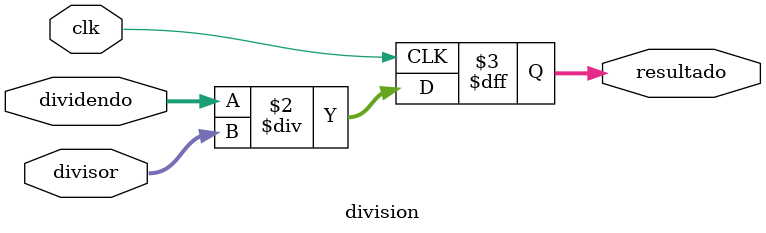
<source format=v>
module division(
input clk,
input wire[16:0] divisor,
input wire[16:0] dividendo,
output reg [16:0] resultado

);

//assign resultado = dividendo / (divisor);

always @(posedge clk)begin

	resultado <= dividendo / (divisor);
	
end

endmodule
</source>
